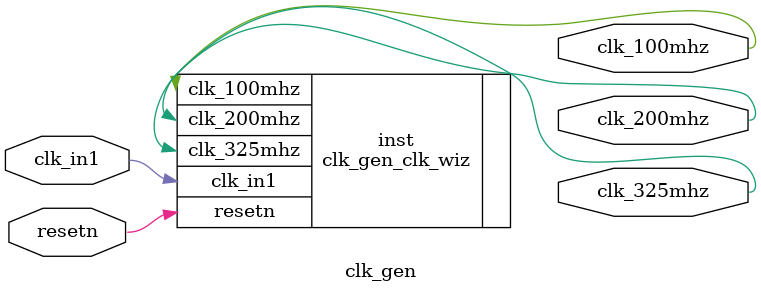
<source format=v>


`timescale 1ps/1ps

(* CORE_GENERATION_INFO = "clk_gen,clk_wiz_v6_0_8_0_0,{component_name=clk_gen,use_phase_alignment=true,use_min_o_jitter=false,use_max_i_jitter=false,use_dyn_phase_shift=false,use_inclk_switchover=false,use_dyn_reconfig=false,enable_axi=0,feedback_source=FDBK_AUTO,PRIMITIVE=MMCM,num_out_clk=3,clkin1_period=10.000,clkin2_period=10.000,use_power_down=false,use_reset=true,use_locked=false,use_inclk_stopped=false,feedback_type=SINGLE,CLOCK_MGR_TYPE=NA,manual_override=false}" *)

module clk_gen 
 (
  // Clock out ports
  output        clk_100mhz,
  output        clk_200mhz,
  output        clk_325mhz,
  // Status and control signals
  input         resetn,
 // Clock in ports
  input         clk_in1
 );

  clk_gen_clk_wiz inst
  (
  // Clock out ports  
  .clk_100mhz(clk_100mhz),
  .clk_200mhz(clk_200mhz),
  .clk_325mhz(clk_325mhz),
  // Status and control signals               
  .resetn(resetn), 
 // Clock in ports
  .clk_in1(clk_in1)
  );

endmodule

</source>
